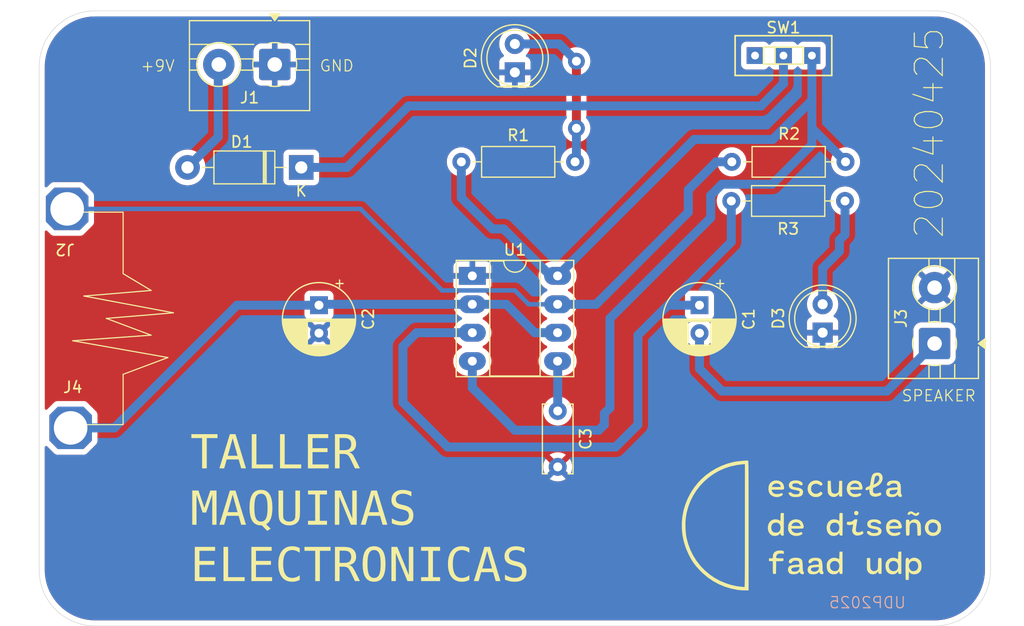
<source format=kicad_pcb>
(kicad_pcb (version 20240108) (generator "pcbnew") (generator_version "8.0")
  (layers (0 "F.Cu" signal) (31 "B.Cu" signal) (34 "B.Paste" user) (35 "F.Paste" user) (36 "B.SilkS" user "B.Silkscreen") (37 "F.SilkS" user "F.Silkscreen") (38 "B.Mask" user) (39 "F.Mask" user) (44 "Edge.Cuts" user))
  (net 0 "")
  (net 1 "GND")
  (net 2 "Net-(U1-CV)")
  (net 3 "Net-(U1-Q)")
  (net 4 "Net-(D1-K)")
  (net 5 "+9V")
  (net 6 "Net-(D2-A)")
  (net 7 "Net-(D3-A)")
  (net 8 "VCC")
  (net 10 "Net-(C1-Pad2)")
  (net 11 "Net-(J4-Pin_1)")
  (net 12 "Net-(J2-Pin_1)")
  (footprint "Capacitor_THT:CP_Radial_D6.3mm_P2.50mm" (layer "F.Cu") (at 75 76.317621 -90)
    (property "Reference" "C2" (at 1.25 -4.4 90) (layer "F.SilkS"))
    (property "Value" "1u")
    (pad "1" thru_hole rect (at 0 0 270) (size 1.6 1.6) (drill 0.8) (layers "*.Cu" "*.Mask") (net 11 "Net-(J4-Pin_1)"))
    (pad "2" thru_hole circle (at 2.5 0 270) (size 1.6 1.6) (drill 0.8) (layers "*.Cu" "*.Mask") (net 1 "GND"))
  )
  (footprint "modules_teee2025:SPDT_PCB_small_P2.5mm" (layer "F.Cu") (at 116.5 54)
    (property "Reference" "SW1" (at 0 -2.5 0) (layer "F.SilkS"))
    (property "Value" "SW_SPDT")
    (pad "1" thru_hole rect (at -2.54 0) (size 1.5 1.5) (drill oval 0.7) (layers "*.Cu" "*.Mask"))
    (pad "2" thru_hole rect (at 0 0) (size 1.5 1.5) (drill oval 0.7) (layers "*.Cu" "*.Mask") (net 4 "Net-(D1-K)"))
    (pad "3" thru_hole rect (at 2.54 0) (size 1.5 1.5) (drill oval 0.7) (layers "*.Cu" "*.Mask") (net 8 "VCC"))
  )
  (footprint "modules_teee2025:caiman" (layer "F.Cu") (at 52.31 67.708333 180)
    (property "Reference" "J2" (at 0 -3.63 180) (layer "F.SilkS"))
    (property "Value" "CAIMAN")
    (pad "1" thru_hole roundrect (at -0.19 0 180) (size 3.8 3.8) (drill 3) (layers "*.Cu" "*.Mask") (roundrect_rratio 0) (chamfer_ratio 0.2) (chamfer top_left top_right bottom_left bottom_right) (net 12 "Net-(J2-Pin_1)"))
  )
  (footprint "teee_logos:disudp_logo_25mm" (layer "F.Cu") (at 119 96)
    (property "Reference" "G***" (hide yes))
    (property "Value" "LOGO" (hide yes))
  )
  (footprint "LED_THT:LED_D5.0mm" (layer "F.Cu") (at 120 78.775 90)
    (property "Reference" "D3" (at 1.27 -3.96 90) (layer "F.SilkS"))
    (property "Value" "LED")
    (pad "1" thru_hole rect (at 0 0 90) (size 1.8 1.8) (drill 0.9) (layers "*.Cu" "*.Mask") (net 1 "GND"))
    (pad "2" thru_hole circle (at 2.54 0 90) (size 1.8 1.8) (drill 0.9) (layers "*.Cu" "*.Mask") (net 7 "Net-(D3-A)"))
  )
  (footprint "Capacitor_THT:CP_Radial_D6.3mm_P2.50mm" (layer "F.Cu") (at 109 76.317621 -90)
    (property "Reference" "C1" (at 1.25 -4.4 90) (layer "F.SilkS"))
    (property "Value" "47u")
    (pad "1" thru_hole rect (at 0 0 270) (size 1.6 1.6) (drill 0.8) (layers "*.Cu" "*.Mask") (net 3 "Net-(U1-Q)"))
    (pad "2" thru_hole circle (at 2.5 0 270) (size 1.6 1.6) (drill 0.8) (layers "*.Cu" "*.Mask") (net 10 "Net-(C1-Pad2)"))
  )
  (footprint "Capacitor_THT:C_Disc_D6.0mm_W2.5mm_P5.00mm" (layer "F.Cu") (at 96.329945 85.775758 -90)
    (property "Reference" "C3" (at 2.5 -2.5 90) (layer "F.SilkS"))
    (property "Value" "100n")
    (pad "1" thru_hole circle (at 0 0 270) (size 1.6 1.6) (drill 0.8) (layers "*.Cu" "*.Mask") (net 2 "Net-(U1-CV)"))
    (pad "2" thru_hole circle (at 5 0 270) (size 1.6 1.6) (drill 0.8) (layers "*.Cu" "*.Mask") (net 1 "GND"))
  )
  (footprint "Resistor_THT:R_Axial_DIN0207_L6.3mm_D2.5mm_P10.16mm_Horizontal" (layer "F.Cu") (at 87.72 63.5)
    (property "Reference" "R1" (at 5.08 -2.37 0) (layer "F.SilkS"))
    (property "Value" "1k")
    (pad "1" thru_hole circle (at 0 0) (size 1.6 1.6) (drill 0.8) (layers "*.Cu" "*.Mask") (net 8 "VCC"))
    (pad "2" thru_hole oval (at 10.16 0) (size 1.6 1.6) (drill 0.8) (layers "*.Cu" "*.Mask") (net 6 "Net-(D2-A)"))
  )
  (footprint "TerminalBlock:TerminalBlock_MaiXu_MX126-5.0-02P_1x02_P5.00mm" (layer "F.Cu") (at 71.047495 54.797531 180)
    (property "Reference" "J1" (at 2.25 -2.9675 0) (layer "F.SilkS"))
    (property "Value" "TBLOCK_2")
    (pad "1" thru_hole roundrect (at 0 0 180) (size 2.8 2.8) (drill 1.3) (layers "*.Cu" "*.Mask") (roundrect_rratio 0.089286) (net 1 "GND"))
    (pad "2" thru_hole circle (at 5 0 180) (size 2.8 2.8) (drill 1.3) (layers "*.Cu" "*.Mask") (net 5 "+9V"))
  )
  (footprint "TerminalBlock:TerminalBlock_MaiXu_MX126-5.0-02P_1x02_P5.00mm" (layer "F.Cu") (at 130 79.75 90)
    (property "Reference" "J3" (at 2.25 -3 90) (layer "F.SilkS"))
    (property "Value" "TBLOCK_2")
    (pad "1" thru_hole roundrect (at 0 0 90) (size 2.8 2.8) (drill 1.3) (layers "*.Cu" "*.Mask") (roundrect_rratio 0.089286) (net 10 "Net-(C1-Pad2)"))
    (pad "2" thru_hole circle (at 5 0 90) (size 2.8 2.8) (drill 1.3) (layers "*.Cu" "*.Mask") (net 1 "GND"))
  )
  (footprint "LED_THT:LED_D5.0mm" (layer "F.Cu") (at 92.5 55.5 90)
    (property "Reference" "D2" (at 1.27 -3.96 90) (layer "F.SilkS"))
    (property "Value" "LED")
    (pad "1" thru_hole rect (at 0 0 90) (size 1.8 1.8) (drill 0.9) (layers "*.Cu" "*.Mask") (net 1 "GND"))
    (pad "2" thru_hole circle (at 2.54 0 90) (size 1.8 1.8) (drill 0.9) (layers "*.Cu" "*.Mask") (net 6 "Net-(D2-A)"))
  )
  (footprint "Resistor_THT:R_Axial_DIN0207_L6.3mm_D2.5mm_P10.16mm_Horizontal" (layer "F.Cu") (at 111.84 67)
    (property "Reference" "R3" (at 5.08 2.5 0) (layer "F.SilkS"))
    (property "Value" "1k")
    (pad "1" thru_hole circle (at 0 0) (size 1.6 1.6) (drill 0.8) (layers "*.Cu" "*.Mask") (net 3 "Net-(U1-Q)"))
    (pad "2" thru_hole oval (at 10.16 0) (size 1.6 1.6) (drill 0.8) (layers "*.Cu" "*.Mask") (net 7 "Net-(D3-A)"))
  )
  (footprint "Resistor_THT:R_Axial_DIN0207_L6.3mm_D2.5mm_P10.16mm_Horizontal" (layer "F.Cu") (at 122.045 63.5 180)
    (property "Reference" "R2" (at 5.045 2.5 0) (layer "F.SilkS"))
    (property "Value" "1k")
    (pad "1" thru_hole circle (at 0 0 180) (size 1.6 1.6) (drill 0.8) (layers "*.Cu" "*.Mask") (net 8 "VCC"))
    (pad "2" thru_hole oval (at 10.16 0 180) (size 1.6 1.6) (drill 0.8) (layers "*.Cu" "*.Mask") (net 12 "Net-(J2-Pin_1)"))
  )
  (footprint "modules_teee2025:caiman" (layer "F.Cu") (at 53 87.291666)
    (property "Reference" "J4" (at 0 -3.63 0) (layer "F.SilkS"))
    (property "Value" "CAIMAN")
    (pad "1" thru_hole roundrect (at -0.19 0) (size 3.8 3.8) (drill 3) (layers "*.Cu" "*.Mask") (roundrect_rratio 0) (chamfer_ratio 0.2) (chamfer top_left top_right bottom_left bottom_right) (net 11 "Net-(J4-Pin_1)"))
  )
  (footprint "Diode_THT:D_DO-41_SOD81_P10.16mm_Horizontal" (layer "F.Cu") (at 73.415 64 180)
    (property "Reference" "D1" (at 5.325002 2.283863 0) (layer "F.SilkS"))
    (property "Value" "1n4007")
    (fp_text user "K" (at 0 -2.1 0) (layer "F.SilkS"))
    (pad "1" thru_hole rect (at 0 0 180) (size 2.2 2.2) (drill 1.1) (layers "*.Cu" "*.Mask") (net 4 "Net-(D1-K)"))
    (pad "2" thru_hole oval (at 10.16 0 180) (size 2.2 2.2) (drill 1.1) (layers "*.Cu" "*.Mask") (net 5 "+9V"))
  )
  (footprint "Package_DIP:DIP-8_W7.62mm_Socket_LongPads" (layer "F.Cu") (at 88.7 73.7)
    (property "Reference" "U1" (at 3.81 -2.33 0) (layer "F.SilkS"))
    (property "Value" "~")
    (pad "1" thru_hole rect (at 0 0) (size 2.4 1.6) (drill 0.8) (layers "*.Cu" "*.Mask") (net 1 "GND"))
    (pad "2" thru_hole oval (at 0 2.54) (size 2.4 1.6) (drill 0.8) (layers "*.Cu" "*.Mask") (net 11 "Net-(J4-Pin_1)"))
    (pad "3" thru_hole oval (at 0 5.08) (size 2.4 1.6) (drill 0.8) (layers "*.Cu" "*.Mask") (net 3 "Net-(U1-Q)"))
    (pad "4" thru_hole oval (at 0 7.62) (size 2.4 1.6) (drill 0.8) (layers "*.Cu" "*.Mask") (net 8 "VCC"))
    (pad "5" thru_hole oval (at 7.62 7.62) (size 2.4 1.6) (drill 0.8) (layers "*.Cu" "*.Mask") (net 2 "Net-(U1-CV)"))
    (pad "6" thru_hole oval (at 7.62 5.08) (size 2.4 1.6) (drill 0.8) (layers "*.Cu" "*.Mask") (net 11 "Net-(J4-Pin_1)"))
    (pad "7" thru_hole oval (at 7.62 2.54) (size 2.4 1.6) (drill 0.8) (layers "*.Cu" "*.Mask") (net 12 "Net-(J2-Pin_1)"))
    (pad "8" thru_hole oval (at 7.62 0) (size 2.4 1.6) (drill 0.8) (layers "*.Cu" "*.Mask") (net 8 "VCC"))
  )
  (gr_line (start 57.5 70) (end 57.5 73.5) (stroke (width 0.1)) (layer "F.SilkS"))
  (gr_line (start 54 75.5) (end 62 77) (stroke (width 0.1)) (layer "F.SilkS"))
  (gr_line (start 52.5 68) (end 57.5 68) (stroke (width 0.1)) (layer "F.SilkS"))
  (gr_line (start 57.5 73.5) (end 60 75) (stroke (width 0.1)) (layer "F.SilkS"))
  (gr_line (start 57.5 87) (end 53 87) (stroke (width 0.1)) (layer "F.SilkS"))
  (gr_line (start 62 77) (end 56 77.5) (stroke (width 0.1)) (layer "F.SilkS"))
  (gr_line (start 61.5 81) (end 57.5 82.5) (stroke (width 0.1)) (layer "F.SilkS"))
  (gr_line (start 53 79.5) (end 61.5 81) (stroke (width 0.1)) (layer "F.SilkS"))
  (gr_line (start 60 79) (end 53 79.5) (stroke (width 0.1)) (layer "F.SilkS"))
  (gr_line (start 56 77.5) (end 60 79) (stroke (width 0.1)) (layer "F.SilkS"))
  (gr_line (start 57.5 68) (end 57.5 70) (stroke (width 0.1)) (layer "F.SilkS"))
  (gr_line (start 60 75) (end 54 75.5) (stroke (width 0.1)) (layer "F.SilkS"))
  (gr_line (start 57.5 82.5) (end 57.5 87) (stroke (width 0.1)) (layer "F.SilkS"))
  (gr_arc (start 50 55) (mid 51.464466 51.464466) (end 55 50) (stroke (width 0.05)) (layer "Edge.Cuts"))
  (gr_line (start 50 100) (end 50 55) (stroke (width 0.05)) (layer "Edge.Cuts"))
  (gr_arc (start 130 50) (mid 133.535534 51.464466) (end 135 55) (stroke (width 0.05)) (layer "Edge.Cuts"))
  (gr_line (start 135 55) (end 135 100) (stroke (width 0.05)) (layer "Edge.Cuts"))
  (gr_arc (start 135 100) (mid 133.535534 103.535534) (end 130 105) (stroke (width 0.05)) (layer "Edge.Cuts"))
  (gr_line (start 130 105) (end 55 105) (stroke (width 0.05)) (layer "Edge.Cuts"))
  (gr_line (start 55 50) (end 130 50) (stroke (width 0.05)) (layer "Edge.Cuts"))
  (gr_arc (start 55 105) (mid 51.464466 103.535534) (end 50 100) (stroke (width 0.05)) (layer "Edge.Cuts"))
  (gr_text "UDP2025" (at 127.5 103.5 -0) (layer "B.SilkS") (effects (font (size 1 1) (thickness 0.1)) (justify left bottom mirror)))
  (gr_text "GND" (at 75 55.5 0) (layer "F.SilkS") (effects (font (size 1 1) (thickness 0.1)) (justify left bottom)))
  (gr_text "SPEAKER" (at 127 85 0) (layer "F.SilkS") (effects (font (size 1 1) (thickness 0.1)) (justify left bottom)))
  (gr_text "20240425" (at 131 70.5 90) (layer "F.SilkS") (effects (font (size 2.5 2.5) (thickness 0.1)) (justify left bottom)))
  (gr_text "TALLER\nMAQUINAS\nELECTRONICAS" (at 63.5 101.5 0) (layer "F.SilkS") (effects (font (size 3 3) (thickness 0.1)) (justify left bottom)))
  (gr_text "+9V" (at 59 55.5 0) (layer "F.SilkS") (effects (font (size 1 1) (thickness 0.1)) (justify left bottom)))
  (segment (start 96.329945 85.775758) (end 96.329945 81.329945) (width 0.8) (layer "B.Cu") (net 2))
  (segment (start 96.329945 81.329945) (end 96.32 81.32) (width 0.8) (layer "B.Cu") (net 2))
  (segment (start 86.5 89) (end 101.5 89) (width 0.8) (layer "B.Cu") (net 3))
  (segment (start 111.84 67) (end 111.84 70.66) (width 0.8) (layer "B.Cu") (net 3))
  (segment (start 88.7 78.78) (end 83.72 78.78) (width 0.8) (layer "B.Cu") (net 3))
  (segment (start 106.182379 76.317621) (end 109 76.317621) (width 0.8) (layer "B.Cu") (net 3))
  (segment (start 103.5 79) (end 106.182379 76.317621) (width 0.8) (layer "B.Cu") (net 3))
  (segment (start 82.5 80) (end 82.5 85) (width 0.8) (layer "B.Cu") (net 3))
  (segment (start 82.5 85) (end 86.5 89) (width 0.8) (layer "B.Cu") (net 3))
  (segment (start 103.5 87) (end 103.5 79) (width 0.8) (layer "B.Cu") (net 3))
  (segment (start 111.84 70.66) (end 106.182379 76.317621) (width 0.8) (layer "B.Cu") (net 3))
  (segment (start 101.5 89) (end 103.5 87) (width 0.8) (layer "B.Cu") (net 3))
  (segment (start 83.72 78.78) (end 82.5 80) (width 0.8) (layer "B.Cu") (net 3))
  (segment (start 73.415 64) (end 77.5 64) (width 0.8) (layer "B.Cu") (net 4))
  (segment (start 114.5 58.5) (end 116.5 56.5) (width 0.8) (layer "B.Cu") (net 4))
  (segment (start 77.5 64) (end 83 58.5) (width 0.8) (layer "B.Cu") (net 4))
  (segment (start 83 58.5) (end 114.5 58.5) (width 0.8) (layer "B.Cu") (net 4))
  (segment (start 116.5 56.5) (end 116.5 54) (width 0.8) (layer "B.Cu") (net 4))
  (segment (start 66 54.5) (end 66 61.255) (width 0.8) (layer "B.Cu") (net 5))
  (segment (start 66 61.255) (end 63.255 64) (width 0.8) (layer "B.Cu") (net 5))
  (segment (start 98 54.5) (end 98 60.5) (width 0.8) (layer "F.Cu") (net 6))
  (via (at 98 60.5) (size 1.5) (drill 0.8) (layers "F.Cu" "B.Cu") (net 6))
  (via (at 98 54.5) (size 1.5) (drill 0.8) (layers "F.Cu" "B.Cu") (net 6))
  (segment (start 98 63.38) (end 97.88 63.5) (width 0.8) (layer "B.Cu") (net 6))
  (segment (start 98 60.5) (end 98 63.38) (width 0.8) (layer "B.Cu") (net 6))
  (segment (start 96.46 52.96) (end 98 54.5) (width 0.8) (layer "B.Cu") (net 6))
  (segment (start 92.5 52.96) (end 96.46 52.96) (width 0.8) (layer "B.Cu") (net 6))
  (segment (start 120 76.235) (end 120 73) (width 0.8) (layer "B.Cu") (net 7))
  (segment (start 121.5 70.5) (end 122 70) (width 0.8) (layer "B.Cu") (net 7))
  (segment (start 122 70) (end 122 67) (width 0.8) (layer "B.Cu") (net 7))
  (segment (start 120 73) (end 121.5 71.5) (width 0.8) (layer "B.Cu") (net 7))
  (segment (start 121.5 71.5) (end 121.5 70.5) (width 0.8) (layer "B.Cu") (net 7))
  (segment (start 90.5 69.5) (end 91.5 69.5) (width 0.8) (layer "B.Cu") (net 8))
  (segment (start 108.52 61.5) (end 115.54 61.5) (width 0.8) (layer "B.Cu") (net 8))
  (segment (start 100.5 86) (end 101 85.5) (width 0.8) (layer "B.Cu") (net 8))
  (segment (start 110 66.5) (end 111 65.5) (width 0.8) (layer "B.Cu") (net 8))
  (segment (start 119.04 58) (end 119.04 60.495) (width 0.8) (layer "B.Cu") (net 8))
  (segment (start 96.32 73.7) (end 108.52 61.5) (width 0.8) (layer "B.Cu") (net 8))
  (segment (start 88.7 83.7) (end 92.5 87.5) (width 0.8) (layer "B.Cu") (net 8))
  (segment (start 88.7 81.32) (end 88.7 83.7) (width 0.8) (layer "B.Cu") (net 8))
  (segment (start 101 77.5) (end 110 68.5) (width 0.8) (layer "B.Cu") (net 8))
  (segment (start 119.04 61.96) (end 119.04 60.495) (width 0.8) (layer "B.Cu") (net 8))
  (segment (start 92.5 87.5) (end 100 87.5) (width 0.8) (layer "B.Cu") (net 8))
  (segment (start 100 87.5) (end 100.5 87) (width 0.8) (layer "B.Cu") (net 8))
  (segment (start 115.5 65.5) (end 119.04 61.96) (width 0.8) (layer "B.Cu") (net 8))
  (segment (start 110 68.5) (end 110 66.5) (width 0.8) (layer "B.Cu") (net 8))
  (segment (start 111 65.5) (end 115.5 65.5) (width 0.8) (layer "B.Cu") (net 8))
  (segment (start 101 85.5) (end 101 77.5) (width 0.8) (layer "B.Cu") (net 8))
  (segment (start 95.7 73.7) (end 96.32 73.7) (width 0.8) (layer "B.Cu") (net 8))
  (segment (start 91.5 69.5) (end 95.7 73.7) (width 0.8) (layer "B.Cu") (net 8))
  (segment (start 87.72 63.5) (end 87.72 66.72) (width 0.8) (layer "B.Cu") (net 8))
  (segment (start 87.72 66.72) (end 90.5 69.5) (width 0.8) (layer "B.Cu") (net 8))
  (segment (start 119.04 60.495) (end 122.045 63.5) (width 0.8) (layer "B.Cu") (net 8))
  (segment (start 100.5 87) (end 100.5 86) (width 0.8) (layer "B.Cu") (net 8))
  (segment (start 115.54 61.5) (end 119.04 58) (width 0.8) (layer "B.Cu") (net 8))
  (segment (start 119.04 54) (end 119.04 58) (width 0.8) (layer "B.Cu") (net 8))
  (segment (start 111 84) (end 109 82) (width 0.8) (layer "B.Cu") (net 10))
  (segment (start 109 82) (end 109 78.817621) (width 0.8) (layer "B.Cu") (net 10))
  (segment (start 130 79.75) (end 125.75 84) (width 0.8) (layer "B.Cu") (net 10))
  (segment (start 125.75 84) (end 111 84) (width 0.8) (layer "B.Cu") (net 10))
  (segment (start 91.74 76.24) (end 88.7 76.24) (width 0.8) (layer "B.Cu") (net 11))
  (segment (start 94.28 78.78) (end 91.74 76.24) (width 0.8) (layer "B.Cu") (net 11))
  (segment (start 52.19 87.291666) (end 56.708334 87.291666) (width 0.8) (layer "B.Cu") (net 11))
  (segment (start 88.7 76.24) (end 75.077621 76.24) (width 0.8) (layer "B.Cu") (net 11))
  (segment (start 75.077621 76.24) (end 75 76.317621) (width 0.8) (layer "B.Cu") (net 11))
  (segment (start 67.682379 76.317621) (end 75 76.317621) (width 0.8) (layer "B.Cu") (net 11))
  (segment (start 96.32 78.78) (end 94.28 78.78) (width 0.8) (layer "B.Cu") (net 11))
  (segment (start 56.708334 87.291666) (end 67.682379 76.317621) (width 0.8) (layer "B.Cu") (net 11))
  (segment (start 110.5 63.5) (end 108 66) (width 0.8) (layer "B.Cu") (net 12))
  (segment (start 111.885 63.5) (end 110.5 63.5) (width 0.8) (layer "B.Cu") (net 12))
  (segment (start 78.708333 67.708333) (end 86 75) (width 0.4) (layer "B.Cu") (net 12))
  (segment (start 52.19 67.708333) (end 78.708333 67.708333) (width 0.4) (layer "B.Cu") (net 12))
  (segment (start 108 68) (end 99.76 76.24) (width 0.8) (layer "B.Cu") (net 12))
  (segment (start 99.76 76.24) (end 96.32 76.24) (width 0.8) (layer "B.Cu") (net 12))
  (segment (start 86 75) (end 92.5 75) (width 0.4) (layer "B.Cu") (net 12))
  (segment (start 108 66) (end 108 68) (width 0.8) (layer "B.Cu") (net 12))
  (segment (start 92.5 75) (end 93.74 76.24) (width 0.4) (layer "B.Cu") (net 12))
  (segment (start 93.74 76.24) (end 96.32 76.24) (width 0.4) (layer "B.Cu") (net 12))
  (zone (net 1) (net_name "GND") (layers "F&B.Cu") (connect_pads (clearance 0.5)) (min_thickness 0.25) (fill yes (thermal_gap 0.5) (thermal_bridge_width 0.5))
    (polygon (pts (xy 50 50) (xy 135 50) (xy 138 105) (xy 46.5 105)))
  )
)
</source>
